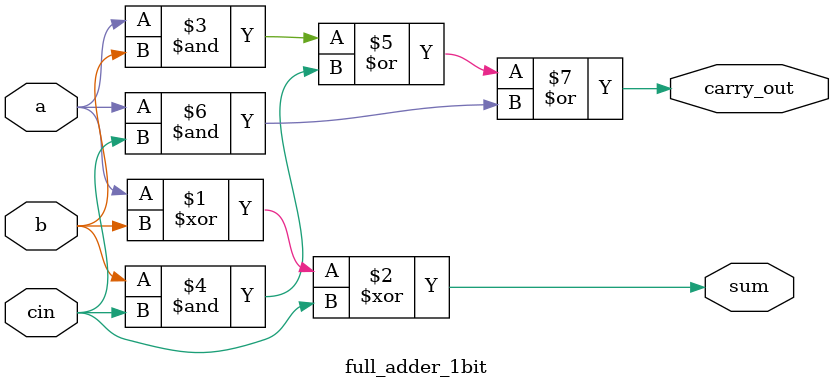
<source format=v>
`timescale 1ns / 1ps

module full_adder_1bit(
    input a,b,cin,
    output sum,carry_out
    );
assign sum=a^b^cin;
assign carry_out=(a&b)|(b&cin)|(a&cin);



endmodule

</source>
